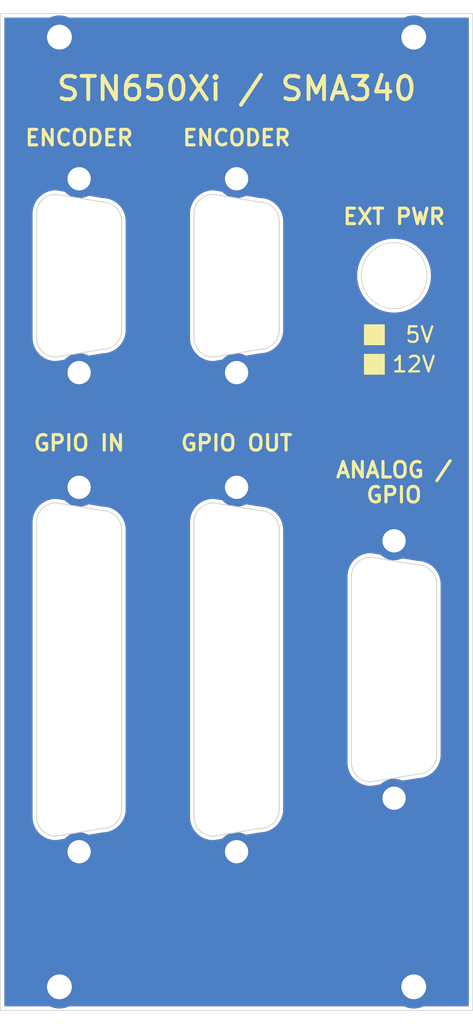
<source format=kicad_pcb>
(kicad_pcb (version 20211014) (generator pcbnew)
  (title_block (title "Front Panel") (date "2023-01-23") (rev "A") (company "https://github.com/peterheinrich/DA20-C1-ProcedureTrainer ") (comment 1 "Open Hardware ") (comment 2 "License: CERN-OHL-P ") (comment 3 "© 2023 by Peter Heinrich ") (comment 4 "DA20 Hardware Cockpit Simulator Project"))
  (layers (0 "F.Cu" signal) (31 "B.Cu" signal) (34 "B.Paste" user) (35 "F.Paste" user) (36 "B.SilkS" user "B.Silkscreen") (37 "F.SilkS" user "F.Silkscreen") (38 "B.Mask" user) (39 "F.Mask" user) (44 "Edge.Cuts" user))
  (net 0 "")
  (net 1 "GNDPWR")
  (footprint "MountingHole:MountingHole_3.2mm_M3_DIN965_Pad" (layer "F.Cu") (at 114.3 42.115)
    (fp_text reference "H1" hide)
    (fp_text value "MountingHole_Pad" hide)
    (pad "1" thru_hole circle (at 0 0) (size 5.6 5.6) (drill 3.2) (layers *.Cu *.Mask) (net 1 "GNDPWR"))
  )
  (footprint "dsub_cutouts:DSUB-9_Cutout_MountingHoles" (layer "F.Cu") (at 71.12 72.885 90)
    (fp_text reference "J2" hide)
    (fp_text value "DB_Empty_MountingHoles" hide)
    (fp_line (start -8 -5.5) (end 8 -5.5) (layer "Edge.Cuts") (width 0.12))
    (fp_line (start -10.5 -3) (end -9.5 3) (layer "Edge.Cuts") (width 0.12))
    (fp_line (start 10.5 -3) (end 9.5 3) (layer "Edge.Cuts") (width 0.12))
    (fp_line (start -7 5.5) (end 7 5.5) (layer "Edge.Cuts") (width 0.12))
    (fp_arc (start 8 -5.5) (mid 9.767767 -4.767767) (end 10.5 -3) (layer "Edge.Cuts") (width 0.12))
    (fp_arc (start -7 5.5) (mid -8.767767 4.767767) (end -9.5 3) (layer "Edge.Cuts") (width 0.12))
    (fp_arc (start 9.5 3) (mid 8.767767 4.767767) (end 7 5.5) (layer "Edge.Cuts") (width 0.12))
    (fp_arc (start -10.5 -3) (mid -9.767767 -4.767767) (end -8 -5.5) (layer "Edge.Cuts") (width 0.12))
    (pad "0" thru_hole circle (at -12.5 0 90) (size 5 5) (drill 3) (layers *.Cu *.Mask) (net 1 "GNDPWR"))
    (pad "0" thru_hole circle (at 12.5 0 90) (size 5 5) (drill 3) (layers *.Cu *.Mask) (net 1 "GNDPWR"))
  )
  (footprint "dsub_cutouts:DSUB-25_Cutout_MountingHoles" (layer "F.Cu") (at 91.44 123.685 90)
    (fp_text reference "J4" hide)
    (fp_text value "DB_Empty_MountingHoles" hide)
    (fp_line (start -18 5.5) (end 18 5.5) (layer "Edge.Cuts") (width 0.12))
    (fp_line (start -21.5 -3) (end -20.5 3) (layer "Edge.Cuts") (width 0.12))
    (fp_line (start 21.5 -3) (end 20.5 3) (layer "Edge.Cuts") (width 0.12))
    (fp_line (start 19 -5.5) (end -19 -5.5) (layer "Edge.Cuts") (width 0.12))
    (fp_arc (start 20.5 3) (mid 19.767767 4.767767) (end 18 5.5) (layer "Edge.Cuts") (width 0.12))
    (fp_arc (start -18 5.5) (mid -19.767767 4.767767) (end -20.5 3) (layer "Edge.Cuts") (width 0.12))
    (fp_arc (start 19 -5.5) (mid 20.767767 -4.767767) (end 21.5 -3) (layer "Edge.Cuts") (width 0.12))
    (fp_arc (start -21.5 -3) (mid -20.767767 -4.767767) (end -19 -5.5) (layer "Edge.Cuts") (width 0.12))
    (pad "0" thru_hole circle (at -23.5 0 90) (size 5 5) (drill 3) (layers *.Cu *.Mask) (net 1 "GNDPWR"))
    (pad "0" thru_hole circle (at 23.5 0 90) (size 5 5) (drill 3) (layers *.Cu *.Mask) (net 1 "GNDPWR"))
  )
  (footprint "dsub_cutouts:DSUB-9_Cutout_MountingHoles" (layer "F.Cu") (at 91.44 72.885 90)
    (fp_text reference "J1" hide)
    (fp_text value "DB_Empty_MountingHoles" hide)
    (fp_line (start -10.5 -3) (end -9.5 3) (layer "Edge.Cuts") (width 0.12))
    (fp_line (start -7 5.5) (end 7 5.5) (layer "Edge.Cuts") (width 0.12))
    (fp_line (start 10.5 -3) (end 9.5 3) (layer "Edge.Cuts") (width 0.12))
    (fp_line (start -8 -5.5) (end 8 -5.5) (layer "Edge.Cuts") (width 0.12))
    (fp_arc (start 9.5 3) (mid 8.767767 4.767767) (end 7 5.5) (layer "Edge.Cuts") (width 0.12))
    (fp_arc (start 8 -5.5) (mid 9.767767 -4.767767) (end 10.5 -3) (layer "Edge.Cuts") (width 0.12))
    (fp_arc (start -10.5 -3) (mid -9.767767 -4.767767) (end -8 -5.5) (layer "Edge.Cuts") (width 0.12))
    (fp_arc (start -7 5.5) (mid -8.767767 4.767767) (end -9.5 3) (layer "Edge.Cuts") (width 0.12))
    (pad "0" thru_hole circle (at -12.5 0 90) (size 5 5) (drill 3) (layers *.Cu *.Mask) (net 1 "GNDPWR"))
    (pad "0" thru_hole circle (at 12.5 0 90) (size 5 5) (drill 3) (layers *.Cu *.Mask) (net 1 "GNDPWR"))
  )
  (footprint "dsub_cutouts:DSUB-25_Cutout_MountingHoles" (layer "F.Cu") (at 71.12 123.685 90)
    (fp_text reference "J3" hide)
    (fp_text value "DB_Empty_MountingHoles" hide)
    (fp_line (start -21.5 -3) (end -20.5 3) (layer "Edge.Cuts") (width 0.12))
    (fp_line (start 19 -5.5) (end -19 -5.5) (layer "Edge.Cuts") (width 0.12))
    (fp_line (start 21.5 -3) (end 20.5 3) (layer "Edge.Cuts") (width 0.12))
    (fp_line (start -18 5.5) (end 18 5.5) (layer "Edge.Cuts") (width 0.12))
    (fp_arc (start -21.5 -3) (mid -20.767767 -4.767767) (end -19 -5.5) (layer "Edge.Cuts") (width 0.12))
    (fp_arc (start -18 5.5) (mid -19.767767 4.767767) (end -20.5 3) (layer "Edge.Cuts") (width 0.12))
    (fp_arc (start 19 -5.5) (mid 20.767767 -4.767767) (end 21.5 -3) (layer "Edge.Cuts") (width 0.12))
    (fp_arc (start 20.5 3) (mid 19.767767 4.767767) (end 18 5.5) (layer "Edge.Cuts") (width 0.12))
    (pad "0" thru_hole circle (at -23.5 0 90) (size 5 5) (drill 3) (layers *.Cu *.Mask) (net 1 "GNDPWR"))
    (pad "0" thru_hole circle (at 23.5 0 90) (size 5 5) (drill 3) (layers *.Cu *.Mask) (net 1 "GNDPWR"))
  )
  (footprint "dsub_cutouts:DSUB-15_Cutout_MountingHoles" (layer "F.Cu") (at 111.76 123.685 90)
    (fp_text reference "J5" hide)
    (fp_text value "DB_Empty_MountingHoles" hide)
    (fp_line (start -11 5.5) (end 11 5.5) (layer "Edge.Cuts") (width 0.12))
    (fp_line (start 14.5 -3) (end 13.5 3) (layer "Edge.Cuts") (width 0.12))
    (fp_line (start -12 -5.5) (end 12 -5.5) (layer "Edge.Cuts") (width 0.12))
    (fp_line (start -14.5 -3) (end -13.5 3) (layer "Edge.Cuts") (width 0.12))
    (fp_arc (start -14.5 -3) (mid -13.767767 -4.767767) (end -12 -5.5) (layer "Edge.Cuts") (width 0.12))
    (fp_arc (start -11 5.5) (mid -12.767767 4.767767) (end -13.5 3) (layer "Edge.Cuts") (width 0.12))
    (fp_arc (start 12 -5.5) (mid 13.767767 -4.767767) (end 14.5 -3) (layer "Edge.Cuts") (width 0.12))
    (fp_arc (start 13.5 3) (mid 12.767767 4.767767) (end 11 5.5) (layer "Edge.Cuts") (width 0.12))
    (pad "0" thru_hole circle (at 16.6 0 90) (size 5 5) (drill 3) (layers *.Cu *.Mask) (net 1 "GNDPWR"))
    (pad "0" thru_hole circle (at -16.6 0 90) (size 5 5) (drill 3) (layers *.Cu *.Mask) (net 1 "GNDPWR"))
  )
  (footprint "MountingHole:MountingHole_3.2mm_M3_DIN965_Pad" (layer "F.Cu") (at 68.58 164.615)
    (fp_text reference "H4" hide)
    (fp_text value "MountingHole_Pad" hide)
    (pad "1" thru_hole circle (at 0 0) (size 5.6 5.6) (drill 3.2) (layers *.Cu *.Mask) (net 1 "GNDPWR"))
  )
  (footprint "MountingHole:MountingHole_3.2mm_M3_DIN965_Pad" (layer "F.Cu") (at 68.58 42.115)
    (fp_text reference "H3" hide)
    (fp_text value "MountingHole_Pad" hide)
    (pad "1" thru_hole circle (at 0 0) (size 5.6 5.6) (drill 3.2) (layers *.Cu *.Mask) (net 1 "GNDPWR"))
  )
  (footprint "MountingHole:MountingHole_3.2mm_M3_DIN965_Pad" (layer "F.Cu") (at 114.3 164.615)
    (fp_text reference "H2" hide)
    (fp_text value "MountingHole_Pad" hide)
    (pad "1" thru_hole circle (at 0 0) (size 5.6 5.6) (drill 3.2) (layers *.Cu *.Mask) (net 1 "GNDPWR"))
  )
  (gr_rect (start 107.95 79.235) (end 110.49 81.775) (layer "F.SilkS") (width 0.15) (fill solid))
  (gr_rect (start 107.95 83.045) (end 110.49 85.585) (layer "F.SilkS") (width 0.15) (fill solid))
  (gr_circle (center 111.76 72.885) (end 116.01 72.885) (layer "Edge.Cuts") (width 0.1) (fill none))
  (gr_rect (start 60.96 39.09) (end 121.92 167.64) (layer "Edge.Cuts") (width 0.1) (fill none))
  (gr_text " 5V" (at 114.3 80.505) (layer "F.SilkS") (effects (font (size 2 2) (thickness 0.3))))
  (gr_text "EXT PWR" (at 111.76 65.265) (layer "F.SilkS") (effects (font (size 2 2) (thickness 0.4))))
  (gr_text "GPIO OUT" (at 91.44 94.475) (layer "F.SilkS") (effects (font (size 2 2) (thickness 0.4))))
  (gr_text "ANALOG /\nGPIO" (at 111.76 99.555) (layer "F.SilkS") (effects (font (size 2 2) (thickness 0.4))))
  (gr_text "STN650Xi / SMA340" (at 91.44 48.755) (layer "F.SilkS") (effects (font (size 3 3) (thickness 0.5))))
  (gr_text "ENCODER" (at 91.44 55.105) (layer "F.SilkS") (effects (font (size 2 2) (thickness 0.4))))
  (gr_text "GPIO IN" (at 71.12 94.475) (layer "F.SilkS") (effects (font (size 2 2) (thickness 0.4))))
  (gr_text "ENCODER" (at 71.12 55.105) (layer "F.SilkS") (effects (font (size 2 2) (thickness 0.4))))
  (gr_text "12V" (at 114.3 84.315) (layer "F.SilkS") (effects (font (size 2 2) (thickness 0.3))))
  (zone (net 1) (net_name "GNDPWR") (layers F&B.Cu) (connect_pads yes (clearance 0.508)) (min_thickness 0.254) (fill yes (thermal_gap 0.508) (thermal_bridge_width 0.508))
    (polygon (pts (xy 121.92 169.405) (xy 60.96 169.405) (xy 60.96 37.325) (xy 121.92 37.325)))
  )
)
</source>
